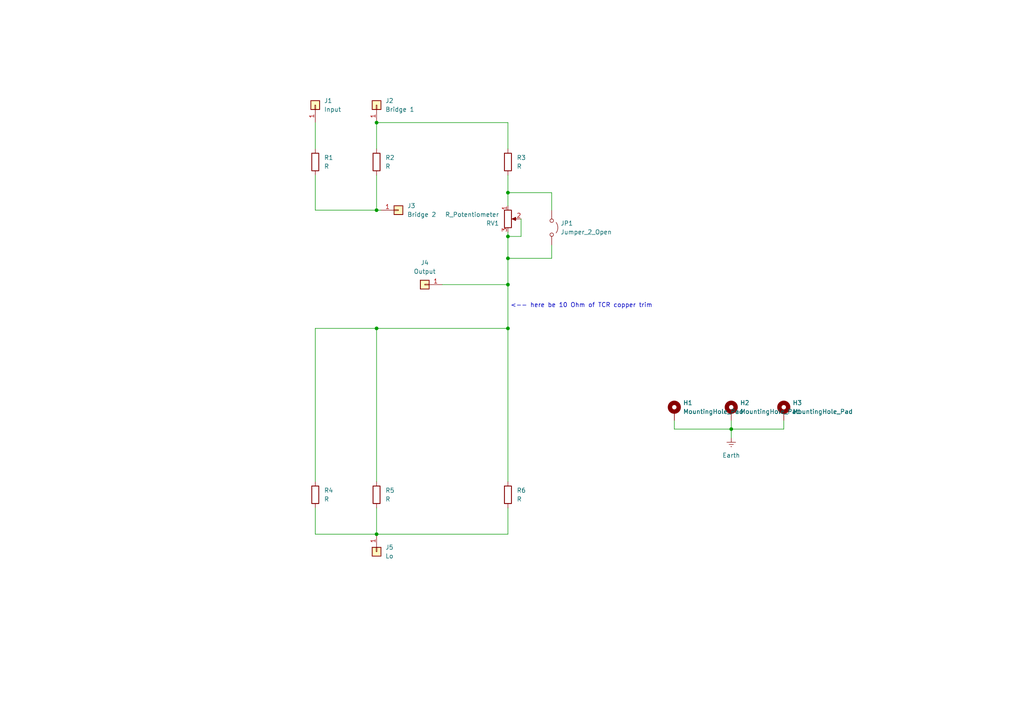
<source format=kicad_sch>
(kicad_sch (version 20231120) (generator "eeschema") (generator_version "8.0")
  (paper "A4")
  (lib_symbols
    (symbol "Connector_Generic:Conn_01x01" (pin_names (offset 1.016) hide)
      (property "Reference" "J" (at 0 2.54 0))
      (property "Value" "Conn_01x01" (at 0 -2.54 0))
      (symbol "Conn_01x01_1_1"
        (rectangle (start -1.27 0.127) (end 0 -0.127) (stroke (width 0.1524)))
        (rectangle (start -1.27 1.27) (end 1.27 -1.27) (stroke (width 0.254)) (fill (type background)))
        (pin passive line (at -5.08 0 0) (length 3.81) (name "Pin_1") (number "1"))
      )
    )
    (symbol "Device:R" (pin_numbers hide) (pin_names (offset 0))
      (property "Reference" "R" (at 2.032 0 90))
      (property "Value" "R" (at 0 0 90))
      (symbol "R_0_1"
        (rectangle (start -1.016 -2.54) (end 1.016 2.54) (stroke (width 0.254)))
      )
      (symbol "R_1_1"
        (pin passive line (at 0 3.81 270) (length 1.27) (name "~") (number "1"))
        (pin passive line (at 0 -3.81 90) (length 1.27) (name "~") (number "2"))
      )
    )
    (symbol "Device:R_Potentiometer" (pin_names (offset 1.016) hide)
      (property "Reference" "RV" (at -4.445 0 90))
      (property "Value" "R_Potentiometer" (at -2.54 0 90))
      (symbol "R_Potentiometer_0_1"
        (polyline (pts (xy 2.54 0) (xy 1.524 0)))
        (polyline (pts (xy 1.143 0) (xy 2.286 0.508) (xy 2.286 -0.508) (xy 1.143 0)) (fill (type outline)))
        (rectangle (start 1.016 2.54) (end -1.016 -2.54) (stroke (width 0.254)))
      )
      (symbol "R_Potentiometer_1_1"
        (pin passive line (at 0 3.81 270) (length 1.27) (name "1") (number "1"))
        (pin passive line (at 3.81 0 180) (length 1.27) (name "2") (number "2"))
        (pin passive line (at 0 -3.81 90) (length 1.27) (name "3") (number "3"))
      )
    )
    (symbol "Jumper:Jumper_2_Open" (pin_numbers hide) (pin_names (offset 0) hide) (exclude_from_sim yes)
      (property "Reference" "JP" (at 0 2.794 0))
      (property "Value" "Jumper_2_Open" (at 0 -2.286 0))
      (symbol "Jumper_2_Open_0_0"
        (circle (center -2.032 0) (radius 0.508))
        (circle (center 2.032 0) (radius 0.508))
      )
      (symbol "Jumper_2_Open_0_1"
        (arc (start 1.524 1.27) (mid 0 1.778) (end -1.524 1.27))
      )
      (symbol "Jumper_2_Open_1_1"
        (pin passive line (at -5.08 0 0) (length 2.54) (name "A") (number "1"))
        (pin passive line (at 5.08 0 180) (length 2.54) (name "B") (number "2"))
      )
    )
    (symbol "Mechanical:MountingHole_Pad" (pin_numbers hide) (pin_names (offset 1.016) hide) (exclude_from_sim yes) (in_bom no)
      (property "Reference" "H" (at 0 6.35 0))
      (property "Value" "MountingHole_Pad" (at 0 4.445 0))
      (symbol "MountingHole_Pad_0_1"
        (circle (center 0 1.27) (radius 1.27) (stroke (width 1.27)))
      )
      (symbol "MountingHole_Pad_1_1"
        (pin input line (at 0 -2.54 90) (length 2.54) (name "1") (number "1"))
      )
    )
    (symbol "power:Earth" (power) (pin_numbers hide) (pin_names (offset 0) hide)
      (property "Value" "Earth" (at 0 -3.81 0))
      (symbol "Earth_0_1"
        (polyline (pts (xy -0.635 -1.905) (xy 0.635 -1.905)))
        (polyline (pts (xy -0.127 -2.54) (xy 0.127 -2.54)))
        (polyline (pts (xy 0 -1.27) (xy 0 0)))
        (polyline (pts (xy 1.27 -1.27) (xy -1.27 -1.27)))
      )
      (symbol "Earth_1_1"
        (pin power_in line (at 0 0 270) (length 0) (name "~") (number "1"))
      )
    )
  )
  (junction (at 147.32 82.55))
  (junction (at 109.22 35.56))
  (junction (at 147.32 74.93))
  (junction (at 109.22 95.25))
  (junction (at 109.22 60.96))
  (junction (at 212.09 124.46))
  (junction (at 147.32 95.25))
  (junction (at 147.32 55.88))
  (junction (at 109.22 154.94))
  (junction (at 147.32 68.58))
  (wire (pts (xy 212.09 124.46) (xy 212.09 127)))
  (wire (pts (xy 227.33 121.92) (xy 227.33 124.46)))
  (wire (pts (xy 147.32 55.88) (xy 147.32 59.69)))
  (wire (pts (xy 91.44 154.94) (xy 109.22 154.94)))
  (wire (pts (xy 147.32 50.8) (xy 147.32 55.88)))
  (wire (pts (xy 91.44 95.25) (xy 91.44 139.7)))
  (wire (pts (xy 128.27 82.55) (xy 147.32 82.55)))
  (wire (pts (xy 91.44 43.18) (xy 91.44 35.56)))
  (wire (pts (xy 109.22 35.56) (xy 147.32 35.56)))
  (wire (pts (xy 109.22 50.8) (xy 109.22 60.96)))
  (wire (pts (xy 91.44 154.94) (xy 91.44 147.32)))
  (wire (pts (xy 91.44 60.96) (xy 109.22 60.96)))
  (wire (pts (xy 110.49 60.96) (xy 109.22 60.96)))
  (wire (pts (xy 147.32 68.58) (xy 147.32 74.93)))
  (wire (pts (xy 147.32 35.56) (xy 147.32 43.18)))
  (wire (pts (xy 109.22 35.56) (xy 109.22 43.18)))
  (wire (pts (xy 109.22 95.25) (xy 109.22 139.7)))
  (wire (pts (xy 109.22 154.94) (xy 147.32 154.94)))
  (wire (pts (xy 109.22 95.25) (xy 147.32 95.25)))
  (wire (pts (xy 91.44 95.25) (xy 109.22 95.25)))
  (wire (pts (xy 109.22 154.94) (xy 109.22 147.32)))
  (wire (pts (xy 147.32 82.55) (xy 147.32 95.25)))
  (wire (pts (xy 147.32 154.94) (xy 147.32 147.32)))
  (wire (pts (xy 151.13 63.5) (xy 151.13 68.58)))
  (wire (pts (xy 160.02 74.93) (xy 147.32 74.93)))
  (wire (pts (xy 160.02 71.12) (xy 160.02 74.93)))
  (wire (pts (xy 160.02 55.88) (xy 160.02 60.96)))
  (wire (pts (xy 195.58 121.92) (xy 195.58 124.46)))
  (wire (pts (xy 147.32 67.31) (xy 147.32 68.58)))
  (wire (pts (xy 212.09 121.92) (xy 212.09 124.46)))
  (wire (pts (xy 147.32 55.88) (xy 160.02 55.88)))
  (wire (pts (xy 91.44 50.8) (xy 91.44 60.96)))
  (wire (pts (xy 195.58 124.46) (xy 212.09 124.46)))
  (wire (pts (xy 151.13 68.58) (xy 147.32 68.58)))
  (wire (pts (xy 147.32 95.25) (xy 147.32 139.7)))
  (wire (pts (xy 212.09 124.46) (xy 227.33 124.46)))
  (wire (pts (xy 147.32 74.93) (xy 147.32 82.55)))
  (text "<-- here be 10 Ohm of TCR copper trim" (at 168.656 88.646 0) (effects (font (size 1.27 1.27))))
  (symbol (lib_id "Mechanical:MountingHole_Pad") (at 227.33 119.38 0) (unit 1) (exclude_from_sim yes) (in_bom no)
    (property "Reference" "H3" (at 229.87 116.8399 0) (effects (justify left)))
    (property "Value" "MountingHole_Pad" (at 229.87 119.3799 0) (effects (justify left)))
    (property "Footprint" "MountingHole:MountingHole_3.2mm_M3_DIN965_Pad" (effects (hide yes)))
    (property "Description" "Mounting Hole with connection" (effects (hide yes)))
  )
  (symbol (lib_id "power:Earth") (at 212.09 127 0) (unit 1)
    (property "Reference" "#PWR01" (effects (hide yes)))
    (property "Value" "Earth" (at 212.09 132.08 0))
    (property "Description" "Power symbol creates a global label with name \"Earth\"" (effects (hide yes)))
  )
  (symbol (lib_id "Mechanical:MountingHole_Pad") (at 212.09 119.38 0) (unit 1) (exclude_from_sim yes) (in_bom no)
    (property "Reference" "H2" (at 214.63 116.8399 0) (effects (justify left)))
    (property "Value" "MountingHole_Pad" (at 214.63 119.3799 0) (effects (justify left)))
    (property "Footprint" "MountingHole:MountingHole_3.2mm_M3_DIN965_Pad" (effects (hide yes)))
    (property "Description" "Mounting Hole with connection" (effects (hide yes)))
  )
  (symbol (lib_id "Device:R") (at 91.44 143.51 0) (unit 1)
    (property "Reference" "R4" (at 93.98 142.2399 0) (effects (justify left)))
    (property "Value" "R" (at 93.98 144.7799 0) (effects (justify left)))
    (property "Footprint" "Crystal:Crystal_HC52-U_Vertical" (effects (hide yes)))
    (property "Description" "Resistor" (effects (hide yes)))
  )
  (symbol (lib_id "Device:R") (at 147.32 143.51 0) (unit 1)
    (property "Reference" "R6" (at 149.86 142.2399 0) (effects (justify left)))
    (property "Value" "R" (at 149.86 144.7799 0) (effects (justify left)))
    (property "Footprint" "Crystal:Crystal_HC52-U_Vertical" (effects (hide yes)))
    (property "Description" "Resistor" (effects (hide yes)))
  )
  (symbol (lib_id "Connector_Generic:Conn_01x01") (at 109.22 160.02 270) (unit 1)
    (property "Reference" "J5" (at 111.76 158.7499 90) (effects (justify left)))
    (property "Value" "Lo" (at 111.76 161.2899 90) (effects (justify left)))
    (property "Footprint" "Connector_Wire:SolderWire-0.5sqmm_1x01_D0.9mm_OD2.1mm" (effects (hide yes)))
    (property "Description" "Generic connector, single row, 01x01, script generated (kicad-library-utils/schlib/autogen/connector/)" (effects (hide yes)))
  )
  (symbol (lib_id "Connector_Generic:Conn_01x01") (at 115.57 60.96 0) (unit 1)
    (property "Reference" "J3" (at 118.11 59.6899 0) (effects (justify left)))
    (property "Value" "Bridge 2" (at 118.11 62.2299 0) (effects (justify left)))
    (property "Footprint" "Connector_Wire:SolderWire-0.5sqmm_1x01_D0.9mm_OD2.1mm" (effects (hide yes)))
    (property "Description" "Generic connector, single row, 01x01, script generated (kicad-library-utils/schlib/autogen/connector/)" (effects (hide yes)))
  )
  (symbol (lib_id "Connector_Generic:Conn_01x01") (at 123.19 82.55 180) (unit 1)
    (property "Reference" "J4" (at 123.19 76.2 0))
    (property "Value" "Output" (at 123.19 78.74 0))
    (property "Footprint" "Connector_Wire:SolderWire-0.5sqmm_1x01_D0.9mm_OD2.1mm" (effects (hide yes)))
    (property "Description" "Generic connector, single row, 01x01, script generated (kicad-library-utils/schlib/autogen/connector/)" (effects (hide yes)))
  )
  (symbol (lib_id "Device:R_Potentiometer") (at 147.32 63.5 0) (unit 1)
    (property "Reference" "RV1" (at 144.78 64.7701 0) (effects (justify right)))
    (property "Value" "R_Potentiometer" (at 144.78 62.2301 0) (effects (justify right)))
    (property "Footprint" "Potentiometer_THT:Potentiometer_ACP_CA9-H2,5_Horizontal" (effects (hide yes)))
    (property "Description" "Potentiometer" (effects (hide yes)))
  )
  (symbol (lib_id "Device:R") (at 147.32 46.99 0) (unit 1)
    (property "Reference" "R3" (at 149.86 45.7199 0) (effects (justify left)))
    (property "Value" "R" (at 149.86 48.2599 0) (effects (justify left)))
    (property "Footprint" "Crystal:Crystal_HC52-U_Vertical" (effects (hide yes)))
    (property "Description" "Resistor" (effects (hide yes)))
  )
  (symbol (lib_id "Connector_Generic:Conn_01x01") (at 91.44 30.48 90) (unit 1)
    (property "Reference" "J1" (at 93.98 29.2099 90) (effects (justify right)))
    (property "Value" "Input" (at 93.98 31.7499 90) (effects (justify right)))
    (property "Footprint" "Connector_Wire:SolderWire-0.5sqmm_1x01_D0.9mm_OD2.1mm" (effects (hide yes)))
    (property "Description" "Generic connector, single row, 01x01, script generated (kicad-library-utils/schlib/autogen/connector/)" (effects (hide yes)))
  )
  (symbol (lib_id "Connector_Generic:Conn_01x01") (at 109.22 30.48 90) (unit 1)
    (property "Reference" "J2" (at 111.76 29.2099 90) (effects (justify right)))
    (property "Value" "Bridge 1" (at 111.76 31.7499 90) (effects (justify right)))
    (property "Footprint" "Connector_Wire:SolderWire-0.5sqmm_1x01_D0.9mm_OD2.1mm" (effects (hide yes)))
    (property "Description" "Generic connector, single row, 01x01, script generated (kicad-library-utils/schlib/autogen/connector/)" (effects (hide yes)))
  )
  (symbol (lib_id "Jumper:Jumper_2_Open") (at 160.02 66.04 270) (unit 1) (exclude_from_sim yes)
    (property "Reference" "JP1" (at 162.56 64.7699 90) (effects (justify left)))
    (property "Value" "Jumper_2_Open" (at 162.56 67.3099 90) (effects (justify left)))
    (property "Footprint" "Jumper:SolderJumper-2_P1.3mm_Open_Pad1.0x1.5mm" (effects (hide yes)))
    (property "Description" "Jumper, 2-pole, open" (effects (hide yes)))
  )
  (symbol (lib_id "Device:R") (at 109.22 143.51 0) (unit 1)
    (property "Reference" "R5" (at 111.76 142.2399 0) (effects (justify left)))
    (property "Value" "R" (at 111.76 144.7799 0) (effects (justify left)))
    (property "Footprint" "Crystal:Crystal_HC52-U_Vertical" (effects (hide yes)))
    (property "Description" "Resistor" (effects (hide yes)))
  )
  (symbol (lib_id "Mechanical:MountingHole_Pad") (at 195.58 119.38 0) (unit 1) (exclude_from_sim yes) (in_bom no)
    (property "Reference" "H1" (at 198.12 116.8399 0) (effects (justify left)))
    (property "Value" "MountingHole_Pad" (at 198.12 119.3799 0) (effects (justify left)))
    (property "Footprint" "MountingHole:MountingHole_3.2mm_M3_DIN965_Pad" (effects (hide yes)))
    (property "Description" "Mounting Hole with connection" (effects (hide yes)))
  )
  (symbol (lib_id "Device:R") (at 91.44 46.99 0) (unit 1)
    (property "Reference" "R1" (at 93.98 45.7199 0) (effects (justify left)))
    (property "Value" "R" (at 93.98 48.2599 0) (effects (justify left)))
    (property "Footprint" "Crystal:Crystal_HC52-U_Vertical" (effects (hide yes)))
    (property "Description" "Resistor" (effects (hide yes)))
  )
  (symbol (lib_id "Device:R") (at 109.22 46.99 0) (unit 1)
    (property "Reference" "R2" (at 111.76 45.7199 0) (effects (justify left)))
    (property "Value" "R" (at 111.76 48.2599 0) (effects (justify left)))
    (property "Footprint" "Crystal:Crystal_HC52-U_Vertical" (effects (hide yes)))
    (property "Description" "Resistor" (effects (hide yes)))
  )
)
</source>
